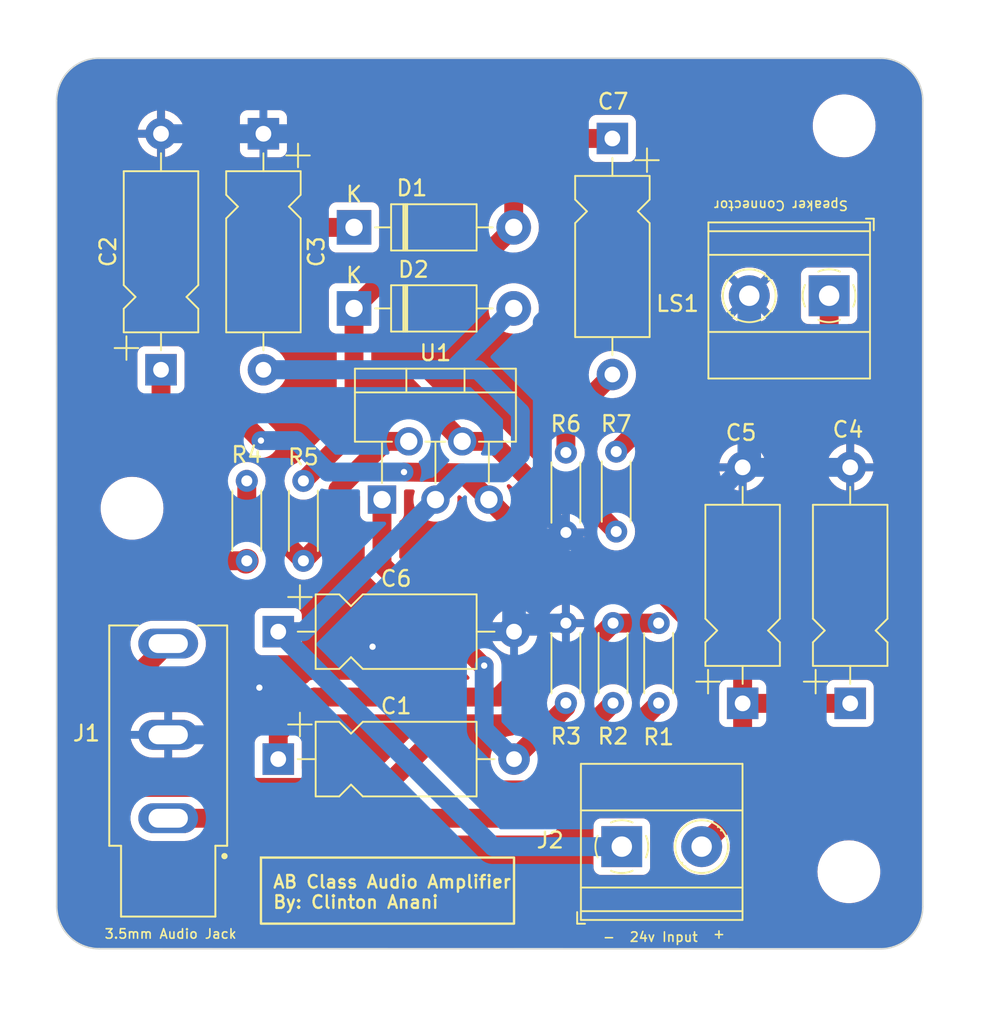
<source format=kicad_pcb>
(kicad_pcb (version 20221018) (generator pcbnew)
  (layers (0 "F.Cu" signal) (31 "B.Cu" signal) (36 "B.SilkS" user "B.Silkscreen") (37 "F.SilkS" user "F.Silkscreen") (38 "B.Mask" user) (39 "F.Mask" user) (44 "Edge.Cuts" user))
  (net 0 "")
  (net 1 "Net-(C1-Pad1)")
  (net 2 "Net-(U1-+)")
  (net 3 "Net-(C2-Pad1)")
  (net 4 "GND")
  (net 5 "-VDC")
  (net 6 "+VDC")
  (net 7 "Net-(D1-A)")
  (net 8 "Net-(C7-Pad2)")
  (net 9 "Net-(J1-Pad1)")
  (net 10 "Net-(J1-Pad3)")
  (net 11 "Net-(LS1-Pad1)")
  (net 12 "Net-(U1--)")
  (footprint "Resistor_THT:R_Axial_DIN0204_L3.6mm_D1.6mm_P5.08mm_Horizontal" (layer "F.Cu") (at 157.6 96.28 90)
    (fp_text reference "R3" (at -2.1175 0 180) (layer "F.SilkS"))
    (fp_text value "22k")
    (fp_line (start 0.62 -0.92) (end 4.46 -0.92) (stroke (width 0.12)) (layer "F.SilkS"))
    (fp_line (start 0.62 0.92) (end 4.46 0.92) (stroke (width 0.12)) (layer "F.SilkS"))
    (pad "1" thru_hole circle (at 0 0 90) (size 1.4 1.4) (drill 0.7) (layers "*.Cu" "*.Mask") (net 2 "Net-(U1-+)"))
    (pad "2" thru_hole oval (at 5.08 0 90) (size 1.4 1.4) (drill 0.7) (layers "*.Cu" "*.Mask") (net 4 "GND"))
  )
  (footprint "Capacitor_THT:CP_Axial_L10.0mm_D4.5mm_P15.00mm_Horizontal" (layer "F.Cu") (at 138.3575 60.1 -90)
    (fp_text reference "C3" (at 7.5 -3.37 90) (layer "F.SilkS"))
    (fp_text value "1000uF")
    (fp_line (start 0.63 -2.2) (end 2.13 -2.2) (stroke (width 0.12)) (layer "F.SilkS"))
    (fp_line (start 1.24 0) (end 2.38 0) (stroke (width 0.12)) (layer "F.SilkS"))
    (fp_line (start 1.38 -2.95) (end 1.38 -1.45) (stroke (width 0.12)) (layer "F.SilkS"))
    (fp_line (start 2.38 -2.37) (end 2.38 2.37) (stroke (width 0.12)) (layer "F.SilkS"))
    (fp_line (start 2.38 -2.37) (end 3.88 -2.37) (stroke (width 0.12)) (layer "F.SilkS"))
    (fp_line (start 2.38 2.37) (end 3.88 2.37) (stroke (width 0.12)) (layer "F.SilkS"))
    (fp_line (start 3.88 -2.37) (end 4.63 -1.62) (stroke (width 0.12)) (layer "F.SilkS"))
    (fp_line (start 3.88 2.37) (end 4.63 1.62) (stroke (width 0.12)) (layer "F.SilkS"))
    (fp_line (start 4.63 -1.62) (end 5.38 -2.37) (stroke (width 0.12)) (layer "F.SilkS"))
    (fp_line (start 4.63 1.62) (end 5.38 2.37) (stroke (width 0.12)) (layer "F.SilkS"))
    (fp_line (start 5.38 -2.37) (end 12.62 -2.37) (stroke (width 0.12)) (layer "F.SilkS"))
    (fp_line (start 5.38 2.37) (end 12.62 2.37) (stroke (width 0.12)) (layer "F.SilkS"))
    (fp_line (start 12.62 -2.37) (end 12.62 2.37) (stroke (width 0.12)) (layer "F.SilkS"))
    (fp_line (start 13.76 0) (end 12.62 0) (stroke (width 0.12)) (layer "F.SilkS"))
    (pad "1" thru_hole rect (at 0 0 270) (size 2 2) (drill 1) (layers "*.Cu" "*.Mask") (net 4 "GND"))
    (pad "2" thru_hole oval (at 15 0 270) (size 2 2) (drill 1) (layers "*.Cu" "*.Mask") (net 5 "-VDC"))
  )
  (footprint "TerminalBlock_Phoenix:TerminalBlock_Phoenix_MKDS-1,5-2-5.08_1x02_P5.08mm_Horizontal" (layer "F.Cu") (at 161.155 105.405)
    (fp_text reference "J2" (at -4.555 -0.405) (layer "F.SilkS"))
    (fp_text value "Power Input")
    (fp_line (start -2.84 4.16) (end -2.84 4.9) (stroke (width 0.12)) (layer "F.SilkS"))
    (fp_line (start -2.84 4.9) (end -2.34 4.9) (stroke (width 0.12)) (layer "F.SilkS"))
    (fp_line (start -2.6 -5.261) (end -2.6 4.66) (stroke (width 0.12)) (layer "F.SilkS"))
    (fp_line (start -2.6 -5.261) (end 7.68 -5.261) (stroke (width 0.12)) (layer "F.SilkS"))
    (fp_line (start -2.6 -2.301) (end 7.68 -2.301) (stroke (width 0.12)) (layer "F.SilkS"))
    (fp_line (start -2.6 2.6) (end 7.68 2.6) (stroke (width 0.12)) (layer "F.SilkS"))
    (fp_line (start -2.6 4.1) (end 7.68 4.1) (stroke (width 0.12)) (layer "F.SilkS"))
    (fp_line (start -2.6 4.66) (end 7.68 4.66) (stroke (width 0.12)) (layer "F.SilkS"))
    (fp_line (start 3.853 1.023) (end 3.806 1.069) (stroke (width 0.12)) (layer "F.SilkS"))
    (fp_line (start 4.046 1.239) (end 4.011 1.274) (stroke (width 0.12)) (layer "F.SilkS"))
    (fp_line (start 6.15 -1.275) (end 6.115 -1.239) (stroke (width 0.12)) (layer "F.SilkS"))
    (fp_line (start 6.355 -1.069) (end 6.308 -1.023) (stroke (width 0.12)) (layer "F.SilkS"))
    (fp_line (start 7.68 -5.261) (end 7.68 4.66) (stroke (width 0.12)) (layer "F.SilkS"))
    (fp_arc (start -1.535427 0.683042) (mid -1.680501 -0.000524) (end -1.535 -0.684) (stroke (width 0.12)) (layer "F.SilkS"))
    (fp_arc (start -0.683042 -1.535427) (mid 0.000524 -1.680501) (end 0.684 -1.535) (stroke (width 0.12)) (layer "F.SilkS"))
    (fp_arc (start 0.028805 1.680253) (mid -0.335551 1.646659) (end -0.684 1.535) (stroke (width 0.12)) (layer "F.SilkS"))
    (fp_arc (start 0.683318 1.534756) (mid 0.349292 1.643288) (end 0 1.68) (stroke (width 0.12)) (layer "F.SilkS"))
    (fp_arc (start 1.535427 -0.683042) (mid 1.680501 0.000524) (end 1.535 0.684) (stroke (width 0.12)) (layer "F.SilkS"))
    (fp_circle (center 5.08 0) (end 6.76 0) (stroke (width 0.12)) (fill none) (layer "F.SilkS"))
    (pad "1" thru_hole rect (at 0 0) (size 2.6 2.6) (drill 1.3) (layers "*.Cu" "*.Mask") (net 5 "-VDC"))
    (pad "2" thru_hole circle (at 5.08 0) (size 2.6 2.6) (drill 1.3) (layers "*.Cu" "*.Mask") (net 6 "+VDC"))
  )
  (footprint "35RAPC2AV:SWITCHCRAFT_35RAPC2AV" (layer "F.Cu") (at 132.3 100.6 90)
    (fp_text reference "J1" (at 2.4 -5.2 180) (layer "F.SilkS"))
    (fp_text value "35RAPC2AV")
    (fp_line (start -9.25 -3) (end -4.75 -3) (stroke (width 0.127)) (layer "F.SilkS"))
    (fp_line (start -9.25 3) (end -9.25 -3) (stroke (width 0.127)) (layer "F.SilkS"))
    (fp_line (start -4.75 -3.75) (end 9.25 -3.75) (stroke (width 0.127)) (layer "F.SilkS"))
    (fp_line (start -4.75 -3) (end -4.75 -3.75) (stroke (width 0.127)) (layer "F.SilkS"))
    (fp_line (start -4.75 3) (end -9.25 3) (stroke (width 0.127)) (layer "F.SilkS"))
    (fp_line (start -4.75 3.75) (end -4.75 3) (stroke (width 0.127)) (layer "F.SilkS"))
    (fp_line (start 9.25 -3.75) (end 9.25 -1.9) (stroke (width 0.127)) (layer "F.SilkS"))
    (fp_line (start 9.25 1.9) (end 9.25 3.75) (stroke (width 0.127)) (layer "F.SilkS"))
    (fp_line (start 9.25 3.75) (end -4.75 3.75) (stroke (width 0.127)) (layer "F.SilkS"))
    (fp_circle (center -5.4074 3.5802) (end -5.3074 3.5802) (stroke (width 0.2)) (fill none) (layer "F.SilkS"))
    (pad "1" thru_hole oval (at -3 0 90) (size 1.9 3.8) (drill oval 1.2 2.5) (layers "*.Cu" "*.Mask") (net 9 "Net-(J1-Pad1)"))
    (pad "2" thru_hole oval (at 2.3 0 90) (size 1.9 3.8) (drill oval 1.2 2.5) (layers "*.Cu" "*.Mask") (net 4 "GND"))
    (pad "3" thru_hole oval (at 8.1 0 90) (size 1.9 3.8) (drill oval 1.2 2.5) (layers "*.Cu" "*.Mask") (net 10 "Net-(J1-Pad3)"))
  )
  (footprint "TerminalBlock_Phoenix:TerminalBlock_Phoenix_MKDS-1,5-2-5.08_1x02_P5.08mm_Horizontal" (layer "F.Cu") (at 174.345 70.395 180)
    (fp_text reference "LS1" (at 9.645 -0.505) (layer "F.SilkS"))
    (fp_text value "Speaker")
    (fp_line (start -2.84 4.16) (end -2.84 4.9) (stroke (width 0.12)) (layer "F.SilkS"))
    (fp_line (start -2.84 4.9) (end -2.34 4.9) (stroke (width 0.12)) (layer "F.SilkS"))
    (fp_line (start -2.6 -5.261) (end -2.6 4.66) (stroke (width 0.12)) (layer "F.SilkS"))
    (fp_line (start -2.6 -5.261) (end 7.68 -5.261) (stroke (width 0.12)) (layer "F.SilkS"))
    (fp_line (start -2.6 -2.301) (end 7.68 -2.301) (stroke (width 0.12)) (layer "F.SilkS"))
    (fp_line (start -2.6 2.6) (end 7.68 2.6) (stroke (width 0.12)) (layer "F.SilkS"))
    (fp_line (start -2.6 4.1) (end 7.68 4.1) (stroke (width 0.12)) (layer "F.SilkS"))
    (fp_line (start -2.6 4.66) (end 7.68 4.66) (stroke (width 0.12)) (layer "F.SilkS"))
    (fp_line (start 3.853 1.023) (end 3.806 1.069) (stroke (width 0.12)) (layer "F.SilkS"))
    (fp_line (start 4.046 1.239) (end 4.011 1.274) (stroke (width 0.12)) (layer "F.SilkS"))
    (fp_line (start 6.15 -1.275) (end 6.115 -1.239) (stroke (width 0.12)) (layer "F.SilkS"))
    (fp_line (start 6.355 -1.069) (end 6.308 -1.023) (stroke (width 0.12)) (layer "F.SilkS"))
    (fp_line (start 7.68 -5.261) (end 7.68 4.66) (stroke (width 0.12)) (layer "F.SilkS"))
    (fp_arc (start -1.535427 0.683042) (mid -1.680501 -0.000524) (end -1.535 -0.684) (stroke (width 0.12)) (layer "F.SilkS"))
    (fp_arc (start -0.683042 -1.535427) (mid 0.000524 -1.680501) (end 0.684 -1.535) (stroke (width 0.12)) (layer "F.SilkS"))
    (fp_arc (start 0.028805 1.680253) (mid -0.335551 1.646659) (end -0.684 1.535) (stroke (width 0.12)) (layer "F.SilkS"))
    (fp_arc (start 0.683318 1.534756) (mid 0.349292 1.643288) (end 0 1.68) (stroke (width 0.12)) (layer "F.SilkS"))
    (fp_arc (start 1.535427 -0.683042) (mid 1.680501 0.000524) (end 1.535 0.684) (stroke (width 0.12)) (layer "F.SilkS"))
    (fp_circle (center 5.08 0) (end 6.76 0) (stroke (width 0.12)) (fill none) (layer "F.SilkS"))
    (pad "1" thru_hole rect (at 0 0 180) (size 2.6 2.6) (drill 1.3) (layers "*.Cu" "*.Mask") (net 11 "Net-(LS1-Pad1)"))
    (pad "2" thru_hole circle (at 5.08 0 180) (size 2.6 2.6) (drill 1.3) (layers "*.Cu" "*.Mask") (net 4 "GND"))
  )
  (footprint "Resistor_THT:R_Axial_DIN0204_L3.6mm_D1.6mm_P5.08mm_Horizontal" (layer "F.Cu") (at 160.8 85.38 90)
    (fp_text reference "R7" (at 6.85 0 180) (layer "F.SilkS"))
    (fp_text value "2.2")
    (fp_line (start 0.62 -0.92) (end 4.46 -0.92) (stroke (width 0.12)) (layer "F.SilkS"))
    (fp_line (start 0.62 0.92) (end 4.46 0.92) (stroke (width 0.12)) (layer "F.SilkS"))
    (pad "1" thru_hole circle (at 0 0 90) (size 1.4 1.4) (drill 0.7) (layers "*.Cu" "*.Mask") (net 7 "Net-(D1-A)"))
    (pad "2" thru_hole oval (at 5.08 0 90) (size 1.4 1.4) (drill 0.7) (layers "*.Cu" "*.Mask") (net 11 "Net-(LS1-Pad1)"))
  )
  (footprint "Resistor_THT:R_Axial_DIN0204_L3.6mm_D1.6mm_P5.08mm_Horizontal" (layer "F.Cu") (at 140.9 87.24 90)
    (fp_text reference "R5" (at 6.59 0) (layer "F.SilkS"))
    (fp_text value "22k")
    (fp_line (start 0.62 -0.92) (end 4.46 -0.92) (stroke (width 0.12)) (layer "F.SilkS"))
    (fp_line (start 0.62 0.92) (end 4.46 0.92) (stroke (width 0.12)) (layer "F.SilkS"))
    (pad "1" thru_hole circle (at 0 0 90) (size 1.4 1.4) (drill 0.7) (layers "*.Cu" "*.Mask") (net 12 "Net-(U1--)"))
    (pad "2" thru_hole oval (at 5.08 0 90) (size 1.4 1.4) (drill 0.7) (layers "*.Cu" "*.Mask") (net 7 "Net-(D1-A)"))
  )
  (footprint "Capacitor_THT:CP_Axial_L10.0mm_D4.5mm_P15.00mm_Horizontal" (layer "F.Cu") (at 160.5575 60.4 -90)
    (fp_text reference "C7" (at -2.35 -0.0425 -180) (layer "F.SilkS"))
    (fp_text value "0.22uF")
    (fp_line (start 0.63 -2.2) (end 2.13 -2.2) (stroke (width 0.12)) (layer "F.SilkS"))
    (fp_line (start 1.24 0) (end 2.38 0) (stroke (width 0.12)) (layer "F.SilkS"))
    (fp_line (start 1.38 -2.95) (end 1.38 -1.45) (stroke (width 0.12)) (layer "F.SilkS"))
    (fp_line (start 2.38 -2.37) (end 2.38 2.37) (stroke (width 0.12)) (layer "F.SilkS"))
    (fp_line (start 2.38 -2.37) (end 3.88 -2.37) (stroke (width 0.12)) (layer "F.SilkS"))
    (fp_line (start 2.38 2.37) (end 3.88 2.37) (stroke (width 0.12)) (layer "F.SilkS"))
    (fp_line (start 3.88 -2.37) (end 4.63 -1.62) (stroke (width 0.12)) (layer "F.SilkS"))
    (fp_line (start 3.88 2.37) (end 4.63 1.62) (stroke (width 0.12)) (layer "F.SilkS"))
    (fp_line (start 4.63 -1.62) (end 5.38 -2.37) (stroke (width 0.12)) (layer "F.SilkS"))
    (fp_line (start 4.63 1.62) (end 5.38 2.37) (stroke (width 0.12)) (layer "F.SilkS"))
    (fp_line (start 5.38 -2.37) (end 12.62 -2.37) (stroke (width 0.12)) (layer "F.SilkS"))
    (fp_line (start 5.38 2.37) (end 12.62 2.37) (stroke (width 0.12)) (layer "F.SilkS"))
    (fp_line (start 12.62 -2.37) (end 12.62 2.37) (stroke (width 0.12)) (layer "F.SilkS"))
    (fp_line (start 13.76 0) (end 12.62 0) (stroke (width 0.12)) (layer "F.SilkS"))
    (pad "1" thru_hole rect (at 0 0 270) (size 2 2) (drill 1) (layers "*.Cu" "*.Mask") (net 7 "Net-(D1-A)"))
    (pad "2" thru_hole oval (at 15 0 270) (size 2 2) (drill 1) (layers "*.Cu" "*.Mask") (net 8 "Net-(C7-Pad2)"))
  )
  (footprint "MountingHole:MountingHole_3.5mm" (layer "F.Cu") (at 130 83.9)
    (fp_text reference "REF**" hide)
    (fp_text value "MountingHole_3.5mm" hide)
    (pad "" np_thru_hole circle (at 0 0) (size 3.5 3.5) (drill 3.5) (layers "*.Cu" "*.Mask"))
  )
  (footprint "Diode_THT:D_DO-41_SOD81_P10.16mm_Horizontal" (layer "F.Cu") (at 144.12 71.2)
    (fp_text reference "D2" (at 3.78 -2.47) (layer "F.SilkS"))
    (fp_text value "1N4001")
    (fp_text user "K" (at 0 -2.1) (layer "F.SilkS"))
    (fp_line (start 1.34 0) (end 2.36 0) (stroke (width 0.12)) (layer "F.SilkS"))
    (fp_line (start 2.36 -1.47) (end 2.36 1.47) (stroke (width 0.12)) (layer "F.SilkS"))
    (fp_line (start 2.36 1.47) (end 7.8 1.47) (stroke (width 0.12)) (layer "F.SilkS"))
    (fp_line (start 3.14 -1.47) (end 3.14 1.47) (stroke (width 0.12)) (layer "F.SilkS"))
    (fp_line (start 3.26 -1.47) (end 3.26 1.47) (stroke (width 0.12)) (layer "F.SilkS"))
    (fp_line (start 3.38 -1.47) (end 3.38 1.47) (stroke (width 0.12)) (layer "F.SilkS"))
    (fp_line (start 7.8 -1.47) (end 2.36 -1.47) (stroke (width 0.12)) (layer "F.SilkS"))
    (fp_line (start 7.8 1.47) (end 7.8 -1.47) (stroke (width 0.12)) (layer "F.SilkS"))
    (fp_line (start 8.82 0) (end 7.8 0) (stroke (width 0.12)) (layer "F.SilkS"))
    (pad "1" thru_hole rect (at 0 0) (size 2.2 2.2) (drill 1.1) (layers "*.Cu" "*.Mask") (net 7 "Net-(D1-A)"))
    (pad "2" thru_hole oval (at 10.16 0) (size 2.2 2.2) (drill 1.1) (layers "*.Cu" "*.Mask") (net 5 "-VDC"))
  )
  (footprint "Diode_THT:D_DO-41_SOD81_P10.16mm_Horizontal" (layer "F.Cu") (at 144.12 66.05)
    (fp_text reference "D1" (at 3.68 -2.5) (layer "F.SilkS"))
    (fp_text value "1N4001")
    (fp_text user "K" (at 0 -2.1) (layer "F.SilkS"))
    (fp_line (start 1.34 0) (end 2.36 0) (stroke (width 0.12)) (layer "F.SilkS"))
    (fp_line (start 2.36 -1.47) (end 2.36 1.47) (stroke (width 0.12)) (layer "F.SilkS"))
    (fp_line (start 2.36 1.47) (end 7.8 1.47) (stroke (width 0.12)) (layer "F.SilkS"))
    (fp_line (start 3.14 -1.47) (end 3.14 1.47) (stroke (width 0.12)) (layer "F.SilkS"))
    (fp_line (start 3.26 -1.47) (end 3.26 1.47) (stroke (width 0.12)) (layer "F.SilkS"))
    (fp_line (start 3.38 -1.47) (end 3.38 1.47) (stroke (width 0.12)) (layer "F.SilkS"))
    (fp_line (start 7.8 -1.47) (end 2.36 -1.47) (stroke (width 0.12)) (layer "F.SilkS"))
    (fp_line (start 7.8 1.47) (end 7.8 -1.47) (stroke (width 0.12)) (layer "F.SilkS"))
    (fp_line (start 8.82 0) (end 7.8 0) (stroke (width 0.12)) (layer "F.SilkS"))
    (pad "1" thru_hole rect (at 0 0) (size 2.2 2.2) (drill 1.1) (layers "*.Cu" "*.Mask") (net 6 "+VDC"))
    (pad "2" thru_hole oval (at 10.16 0) (size 2.2 2.2) (drill 1.1) (layers "*.Cu" "*.Mask") (net 7 "Net-(D1-A)"))
  )
  (footprint "Capacitor_THT:CP_Axial_L10.0mm_D4.5mm_P15.00mm_Horizontal" (layer "F.Cu") (at 131.8425 75.1 90)
    (fp_text reference "C2" (at 7.5 -3.37 90) (layer "F.SilkS"))
    (fp_text value "22uF")
    (fp_line (start 0.63 -2.2) (end 2.13 -2.2) (stroke (width 0.12)) (layer "F.SilkS"))
    (fp_line (start 1.24 0) (end 2.38 0) (stroke (width 0.12)) (layer "F.SilkS"))
    (fp_line (start 1.38 -2.95) (end 1.38 -1.45) (stroke (width 0.12)) (layer "F.SilkS"))
    (fp_line (start 2.38 -2.37) (end 2.38 2.37) (stroke (width 0.12)) (layer "F.SilkS"))
    (fp_line (start 2.38 -2.37) (end 3.88 -2.37) (stroke (width 0.12)) (layer "F.SilkS"))
    (fp_line (start 2.38 2.37) (end 3.88 2.37) (stroke (width 0.12)) (layer "F.SilkS"))
    (fp_line (start 3.88 -2.37) (end 4.63 -1.62) (stroke (width 0.12)) (layer "F.SilkS"))
    (fp_line (start 3.88 2.37) (end 4.63 1.62) (stroke (width 0.12)) (layer "F.SilkS"))
    (fp_line (start 4.63 -1.62) (end 5.38 -2.37) (stroke (width 0.12)) (layer "F.SilkS"))
    (fp_line (start 4.63 1.62) (end 5.38 2.37) (stroke (width 0.12)) (layer "F.SilkS"))
    (fp_line (start 5.38 -2.37) (end 12.62 -2.37) (stroke (width 0.12)) (layer "F.SilkS"))
    (fp_line (start 5.38 2.37) (end 12.62 2.37) (stroke (width 0.12)) (layer "F.SilkS"))
    (fp_line (start 12.62 -2.37) (end 12.62 2.37) (stroke (width 0.12)) (layer "F.SilkS"))
    (fp_line (start 13.76 0) (end 12.62 0) (stroke (width 0.12)) (layer "F.SilkS"))
    (pad "1" thru_hole rect (at 0 0 90) (size 2 2) (drill 1) (layers "*.Cu" "*.Mask") (net 3 "Net-(C2-Pad1)"))
    (pad "2" thru_hole oval (at 15 0 90) (size 2 2) (drill 1) (layers "*.Cu" "*.Mask") (net 4 "GND"))
  )
  (footprint "Package_TO_SOT_THT:TO-220-5_P3.4x3.7mm_StaggerOdd_Lead3.8mm_Vertical" (layer "F.Cu") (at 145.9 83.35)
    (fp_text reference "U1" (at 3.4 -9.32) (layer "F.SilkS"))
    (fp_text value "TDA2030")
    (fp_line (start -1.721 -8.32) (end -1.721 -3.679) (stroke (width 0.12)) (layer "F.SilkS"))
    (fp_line (start -1.721 -8.32) (end 8.52 -8.32) (stroke (width 0.12)) (layer "F.SilkS"))
    (fp_line (start -1.721 -6.811) (end 8.52 -6.811) (stroke (width 0.12)) (layer "F.SilkS"))
    (fp_line (start -1.721 -3.679) (end 0.635 -3.679) (stroke (width 0.12)) (layer "F.SilkS"))
    (fp_line (start 0 -3.679) (end 0 -1.049) (stroke (width 0.12)) (layer "F.SilkS"))
    (fp_line (start 1.55 -8.32) (end 1.55 -6.811) (stroke (width 0.12)) (layer "F.SilkS"))
    (fp_line (start 2.765 -3.679) (end 4.035 -3.679) (stroke (width 0.12)) (layer "F.SilkS"))
    (fp_line (start 3.4 -3.679) (end 3.4 -1.065) (stroke (width 0.12)) (layer "F.SilkS"))
    (fp_line (start 5.25 -8.32) (end 5.25 -6.811) (stroke (width 0.12)) (layer "F.SilkS"))
    (fp_line (start 6.165 -3.679) (end 8.52 -3.679) (stroke (width 0.12)) (layer "F.SilkS"))
    (fp_line (start 6.8 -3.679) (end 6.8 -1.065) (stroke (width 0.12)) (layer "F.SilkS"))
    (fp_line (start 8.52 -8.32) (end 8.52 -3.679) (stroke (width 0.12)) (layer "F.SilkS"))
    (pad "1" thru_hole rect (at 0 0) (size 1.8 1.8) (drill 1.1) (layers "*.Cu" "*.Mask") (net 2 "Net-(U1-+)"))
    (pad "2" thru_hole oval (at 1.7 -3.7) (size 1.8 1.8) (drill 1.1) (layers "*.Cu" "*.Mask") (net 12 "Net-(U1--)"))
    (pad "3" thru_hole oval (at 3.4 0) (size 1.8 1.8) (drill 1.1) (layers "*.Cu" "*.Mask") (net 5 "-VDC"))
    (pad "4" thru_hole oval (at 5.1 -3.7) (size 1.8 1.8) (drill 1.1) (layers "*.Cu" "*.Mask") (net 7 "Net-(D1-A)"))
    (pad "5" thru_hole oval (at 6.8 0) (size 1.8 1.8) (drill 1.1) (layers "*.Cu" "*.Mask") (net 6 "+VDC"))
  )
  (footprint "Capacitor_THT:CP_Axial_L10.0mm_D4.5mm_P15.00mm_Horizontal" (layer "F.Cu") (at 175.685 96.3 90)
    (fp_text reference "C4" (at 17.4 -0.1425 180) (layer "F.SilkS"))
    (fp_text value "1000uF")
    (fp_line (start 0.63 -2.2) (end 2.13 -2.2) (stroke (width 0.12)) (layer "F.SilkS"))
    (fp_line (start 1.24 0) (end 2.38 0) (stroke (width 0.12)) (layer "F.SilkS"))
    (fp_line (start 1.38 -2.95) (end 1.38 -1.45) (stroke (width 0.12)) (layer "F.SilkS"))
    (fp_line (start 2.38 -2.37) (end 2.38 2.37) (stroke (width 0.12)) (layer "F.SilkS"))
    (fp_line (start 2.38 -2.37) (end 3.88 -2.37) (stroke (width 0.12)) (layer "F.SilkS"))
    (fp_line (start 2.38 2.37) (end 3.88 2.37) (stroke (width 0.12)) (layer "F.SilkS"))
    (fp_line (start 3.88 -2.37) (end 4.63 -1.62) (stroke (width 0.12)) (layer "F.SilkS"))
    (fp_line (start 3.88 2.37) (end 4.63 1.62) (stroke (width 0.12)) (layer "F.SilkS"))
    (fp_line (start 4.63 -1.62) (end 5.38 -2.37) (stroke (width 0.12)) (layer "F.SilkS"))
    (fp_line (start 4.63 1.62) (end 5.38 2.37) (stroke (width 0.12)) (layer "F.SilkS"))
    (fp_line (start 5.38 -2.37) (end 12.62 -2.37) (stroke (width 0.12)) (layer "F.SilkS"))
    (fp_line (start 5.38 2.37) (end 12.62 2.37) (stroke (width 0.12)) (layer "F.SilkS"))
    (fp_line (start 12.62 -2.37) (end 12.62 2.37) (stroke (width 0.12)) (layer "F.SilkS"))
    (fp_line (start 13.76 0) (end 12.62 0) (stroke (width 0.12)) (layer "F.SilkS"))
    (pad "1" thru_hole rect (at 0 0 90) (size 2 2) (drill 1) (layers "*.Cu" "*.Mask") (net 6 "+VDC"))
    (pad "2" thru_hole oval (at 15 0 90) (size 2 2) (drill 1) (layers "*.Cu" "*.Mask") (net 4 "GND"))
  )
  (footprint "MountingHole:MountingHole_3.5mm" (layer "F.Cu") (at 175.6 107)
    (fp_text reference "REF**" hide)
    (fp_text value "MountingHole_3.5mm" hide)
    (pad "" np_thru_hole circle (at 0 0) (size 3.5 3.5) (drill 3.5) (layers "*.Cu" "*.Mask"))
  )
  (footprint "Capacitor_THT:CP_Axial_L10.0mm_D4.5mm_P15.00mm_Horizontal" (layer "F.Cu") (at 139.3 99.8425)
    (fp_text reference "C1" (at 7.5 -3.37) (layer "F.SilkS"))
    (fp_text value "2.2uF")
    (fp_line (start 0.63 -2.2) (end 2.13 -2.2) (stroke (width 0.12)) (layer "F.SilkS"))
    (fp_line (start 1.24 0) (end 2.38 0) (stroke (width 0.12)) (layer "F.SilkS"))
    (fp_line (start 1.38 -2.95) (end 1.38 -1.45) (stroke (width 0.12)) (layer "F.SilkS"))
    (fp_line (start 2.38 -2.37) (end 2.38 2.37) (stroke (width 0.12)) (layer "F.SilkS"))
    (fp_line (start 2.38 -2.37) (end 3.88 -2.37) (stroke (width 0.12)) (layer "F.SilkS"))
    (fp_line (start 2.38 2.37) (end 3.88 2.37) (stroke (width 0.12)) (layer "F.SilkS"))
    (fp_line (start 3.88 -2.37) (end 4.63 -1.62) (stroke (width 0.12)) (layer "F.SilkS"))
    (fp_line (start 3.88 2.37) (end 4.63 1.62) (stroke (width 0.12)) (layer "F.SilkS"))
    (fp_line (start 4.63 -1.62) (end 5.38 -2.37) (stroke (width 0.12)) (layer "F.SilkS"))
    (fp_line (start 4.63 1.62) (end 5.38 2.37) (stroke (width 0.12)) (layer "F.SilkS"))
    (fp_line (start 5.38 -2.37) (end 12.62 -2.37) (stroke (width 0.12)) (layer "F.SilkS"))
    (fp_line (start 5.38 2.37) (end 12.62 2.37) (stroke (width 0.12)) (layer "F.SilkS"))
    (fp_line (start 12.62 -2.37) (end 12.62 2.37) (stroke (width 0.12)) (layer "F.SilkS"))
    (fp_line (start 13.76 0) (end 12.62 0) (stroke (width 0.12)) (layer "F.SilkS"))
    (pad "1" thru_hole rect (at 0 0) (size 2 2) (drill 1) (layers "*.Cu" "*.Mask") (net 1 "Net-(C1-Pad1)"))
    (pad "2" thru_hole oval (at 15 0) (size 2 2) (drill 1) (layers "*.Cu" "*.Mask") (net 2 "Net-(U1-+)"))
  )
  (footprint "Resistor_THT:R_Axial_DIN0204_L3.6mm_D1.6mm_P5.08mm_Horizontal" (layer "F.Cu") (at 163.5 96.28 90)
    (fp_text reference "R1" (at -2.16 0 180) (layer "F.SilkS"))
    (fp_text value "10k")
    (fp_line (start 0.62 -0.92) (end 4.46 -0.92) (stroke (width 0.12)) (layer "F.SilkS"))
    (fp_line (start 0.62 0.92) (end 4.46 0.92) (stroke (width 0.12)) (layer "F.SilkS"))
    (pad "1" thru_hole circle (at 0 0 90) (size 1.4 1.4) (drill 0.7) (layers "*.Cu" "*.Mask") (net 9 "Net-(J1-Pad1)"))
    (pad "2" thru_hole oval (at 5.08 0 90) (size 1.4 1.4) (drill 0.7) (layers "*.Cu" "*.Mask") (net 1 "Net-(C1-Pad1)"))
  )
  (footprint "MountingHole:MountingHole_3.5mm" (layer "F.Cu") (at 175.3 59.6)
    (fp_text reference "REF**" hide)
    (fp_text value "MountingHole_3.5mm" hide)
    (pad "" np_thru_hole circle (at 0 0) (size 3.5 3.5) (drill 3.5) (layers "*.Cu" "*.Mask"))
  )
  (footprint "Resistor_THT:R_Axial_DIN0204_L3.6mm_D1.6mm_P5.08mm_Horizontal" (layer "F.Cu") (at 137.3 82.16 -90)
    (fp_text reference "R4" (at -1.66 0 -180) (layer "F.SilkS"))
    (fp_text value "680")
    (fp_line (start 0.62 -0.92) (end 4.46 -0.92) (stroke (width 0.12)) (layer "F.SilkS"))
    (fp_line (start 0.62 0.92) (end 4.46 0.92) (stroke (width 0.12)) (layer "F.SilkS"))
    (pad "1" thru_hole circle (at 0 0 270) (size 1.4 1.4) (drill 0.7) (layers "*.Cu" "*.Mask") (net 12 "Net-(U1--)"))
    (pad "2" thru_hole oval (at 5.08 0 270) (size 1.4 1.4) (drill 0.7) (layers "*.Cu" "*.Mask") (net 3 "Net-(C2-Pad1)"))
  )
  (footprint "Resistor_THT:R_Axial_DIN0204_L3.6mm_D1.6mm_P5.08mm_Horizontal" (layer "F.Cu") (at 160.6 96.28 90)
    (fp_text reference "R2" (at -2.1175 0 180) (layer "F.SilkS"))
    (fp_text value "10k")
    (fp_line (start 0.62 -0.92) (end 4.46 -0.92) (stroke (width 0.12)) (layer "F.SilkS"))
    (fp_line (start 0.62 0.92) (end 4.46 0.92) (stroke (width 0.12)) (layer "F.SilkS"))
    (pad "1" thru_hole circle (at 0 0 90) (size 1.4 1.4) (drill 0.7) (layers "*.Cu" "*.Mask") (net 10 "Net-(J1-Pad3)"))
    (pad "2" thru_hole oval (at 5.08 0 90) (size 1.4 1.4) (drill 0.7) (layers "*.Cu" "*.Mask") (net 1 "Net-(C1-Pad1)"))
  )
  (footprint "Capacitor_THT:CP_Axial_L10.0mm_D4.5mm_P15.00mm_Horizontal" (layer "F.Cu") (at 168.8425 96.3 90)
    (fp_text reference "C5" (at 17.2 -0.1 180) (layer "F.SilkS"))
    (fp_text value "0.1uF")
    (fp_line (start 0.63 -2.2) (end 2.13 -2.2) (stroke (width 0.12)) (layer "F.SilkS"))
    (fp_line (start 1.24 0) (end 2.38 0) (stroke (width 0.12)) (layer "F.SilkS"))
    (fp_line (start 1.38 -2.95) (end 1.38 -1.45) (stroke (width 0.12)) (layer "F.SilkS"))
    (fp_line (start 2.38 -2.37) (end 2.38 2.37) (stroke (width 0.12)) (layer "F.SilkS"))
    (fp_line (start 2.38 -2.37) (end 3.88 -2.37) (stroke (width 0.12)) (layer "F.SilkS"))
    (fp_line (start 2.38 2.37) (end 3.88 2.37) (stroke (width 0.12)) (layer "F.SilkS"))
    (fp_line (start 3.88 -2.37) (end 4.63 -1.62) (stroke (width 0.12)) (layer "F.SilkS"))
    (fp_line (start 3.88 2.37) (end 4.63 1.62) (stroke (width 0.12)) (layer "F.SilkS"))
    (fp_line (start 4.63 -1.62) (end 5.38 -2.37) (stroke (width 0.12)) (layer "F.SilkS"))
    (fp_line (start 4.63 1.62) (end 5.38 2.37) (stroke (width 0.12)) (layer "F.SilkS"))
    (fp_line (start 5.38 -2.37) (end 12.62 -2.37) (stroke (width 0.12)) (layer "F.SilkS"))
    (fp_line (start 5.38 2.37) (end 12.62 2.37) (stroke (width 0.12)) (layer "F.SilkS"))
    (fp_line (start 12.62 -2.37) (end 12.62 2.37) (stroke (width 0.12)) (layer "F.SilkS"))
    (fp_line (start 13.76 0) (end 12.62 0) (stroke (width 0.12)) (layer "F.SilkS"))
    (pad "1" thru_hole rect (at 0 0 90) (size 2 2) (drill 1) (layers "*.Cu" "*.Mask") (net 6 "+VDC"))
    (pad "2" thru_hole oval (at 15 0 90) (size 2 2) (drill 1) (layers "*.Cu" "*.Mask") (net 4 "GND"))
  )
  (footprint "Capacitor_THT:CP_Axial_L10.0mm_D4.5mm_P15.00mm_Horizontal" (layer "F.Cu") (at 139.3 91.7425)
    (fp_text reference "C6" (at 7.5 -3.37) (layer "F.SilkS"))
    (fp_text value "0.1uF")
    (fp_line (start 0.63 -2.2) (end 2.13 -2.2) (stroke (width 0.12)) (layer "F.SilkS"))
    (fp_line (start 1.24 0) (end 2.38 0) (stroke (width 0.12)) (layer "F.SilkS"))
    (fp_line (start 1.38 -2.95) (end 1.38 -1.45) (stroke (width 0.12)) (layer "F.SilkS"))
    (fp_line (start 2.38 -2.37) (end 2.38 2.37) (stroke (width 0.12)) (layer "F.SilkS"))
    (fp_line (start 2.38 -2.37) (end 3.88 -2.37) (stroke (width 0.12)) (layer "F.SilkS"))
    (fp_line (start 2.38 2.37) (end 3.88 2.37) (stroke (width 0.12)) (layer "F.SilkS"))
    (fp_line (start 3.88 -2.37) (end 4.63 -1.62) (stroke (width 0.12)) (layer "F.SilkS"))
    (fp_line (start 3.88 2.37) (end 4.63 1.62) (stroke (width 0.12)) (layer "F.SilkS"))
    (fp_line (start 4.63 -1.62) (end 5.38 -2.37) (stroke (width 0.12)) (layer "F.SilkS"))
    (fp_line (start 4.63 1.62) (end 5.38 2.37) (stroke (width 0.12)) (layer "F.SilkS"))
    (fp_line (start 5.38 -2.37) (end 12.62 -2.37) (stroke (width 0.12)) (layer "F.SilkS"))
    (fp_line (start 5.38 2.37) (end 12.62 2.37) (stroke (width 0.12)) (layer "F.SilkS"))
    (fp_line (start 12.62 -2.37) (end 12.62 2.37) (stroke (width 0.12)) (layer "F.SilkS"))
    (fp_line (start 13.76 0) (end 12.62 0) (stroke (width 0.12)) (layer "F.SilkS"))
    (pad "1" thru_hole rect (at 0 0) (size 2 2) (drill 1) (layers "*.Cu" "*.Mask") (net 5 "-VDC"))
    (pad "2" thru_hole oval (at 15 0) (size 2 2) (drill 1) (layers "*.Cu" "*.Mask") (net 4 "GND"))
  )
  (footprint "Resistor_THT:R_Axial_DIN0204_L3.6mm_D1.6mm_P5.08mm_Horizontal" (layer "F.Cu") (at 157.6 80.36 -90)
    (fp_text reference "R6" (at -1.82 0 -180) (layer "F.SilkS"))
    (fp_text value "1")
    (fp_line (start 0.62 -0.92) (end 4.46 -0.92) (stroke (width 0.12)) (layer "F.SilkS"))
    (fp_line (start 0.62 0.92) (end 4.46 0.92) (stroke (width 0.12)) (layer "F.SilkS"))
    (pad "1" thru_hole circle (at 0 0 270) (size 1.4 1.4) (drill 0.7) (layers "*.Cu" "*.Mask") (net 8 "Net-(C7-Pad2)"))
    (pad "2" thru_hole oval (at 5.08 0 270) (size 1.4 1.4) (drill 0.7) (layers "*.Cu" "*.Mask") (net 4 "GND"))
  )
  (gr_rect (start 138.2 106.1) (end 154.3 110.3) (stroke (width 0.15)) (fill none) (layer "F.SilkS"))
  (gr_line (start 180.300002 57.999998) (end 180.300002 109.200002) (stroke (width 0.1)) (layer "Edge.Cuts"))
  (gr_arc (start 127.909188 111.890812) (mid 126 111.1) (end 125.209188 109.190812) (stroke (width 0.1)) (layer "Edge.Cuts"))
  (gr_line (start 177.600002 111.900002) (end 127.909188 111.890812) (stroke (width 0.1)) (layer "Edge.Cuts"))
  (gr_arc (start 177.600002 55.299998) (mid 179.50919 56.09081) (end 180.300002 57.999998) (stroke (width 0.1)) (layer "Edge.Cuts"))
  (gr_arc (start 180.300002 109.200002) (mid 179.50919 111.10919) (end 177.600002 111.900002) (stroke (width 0.1)) (layer "Edge.Cuts"))
  (gr_line (start 125.209188 109.190812) (end 125.2 58) (stroke (width 0.1)) (layer "Edge.Cuts"))
  (gr_line (start 127.9 55.3) (end 177.600002 55.299998) (stroke (width 0.1)) (layer "Edge.Cuts"))
  (gr_arc (start 125.2 58) (mid 125.990812 56.090812) (end 127.9 55.3) (stroke (width 0.1)) (layer "Edge.Cuts"))
  (gr_text "24v Input" (at 161.6 111.5) (layer "F.SilkS") (effects (font (size 0.6 0.6) (thickness 0.1) bold) (justify left bottom)))
  (gr_text "+" (at 166.9 111.3) (layer "F.SilkS") (effects (font (size 0.6 0.6) (thickness 0.1) bold) (justify left bottom)))
  (gr_text "-" (at 159.9 111.5) (layer "F.SilkS") (effects (font (size 0.6 0.6) (thickness 0.1) bold) (justify left bottom)))
  (gr_text "AB Class Audio Amplifier\nBy: Clinton Anani" (at 138.9 109.4) (layer "F.SilkS") (effects (font (size 0.8 0.8) (thickness 0.15) bold) (justify left bottom)))
  (gr_text "Speaker Connector" (at 175.6 64.3 180) (layer "F.SilkS") (effects (font (size 0.6 0.6) (thickness 0.1) bold) (justify left bottom)))
  (gr_text "3.5mm Audio Jack" (at 128.2 111.3) (layer "F.SilkS") (effects (font (size 0.6 0.6) (thickness 0.1) bold) (justify left bottom)))
  (segment (start 158.2575 93.5425) (end 155.6575 93.5425) (width 1.2) (layer "F.Cu") (net 1))
  (segment (start 155.6575 93.5425) (end 153.3 95.9) (width 1.2) (layer "F.Cu") (net 1))
  (segment (start 141.6 95.9) (end 139.3 98.2) (width 1.2) (layer "F.Cu") (net 1))
  (segment (start 163.5 91.2) (end 160.6 91.2) (width 1.2) (layer "F.Cu") (net 1))
  (segment (start 153.3 95.9) (end 141.6 95.9) (width 1.2) (layer "F.Cu") (net 1))
  (segment (start 160.6 91.2) (end 158.2575 93.5425) (width 1.2) (layer "F.Cu") (net 1))
  (segment (start 139.3 98.2) (end 139.3 99.8425) (width 1.2) (layer "F.Cu") (net 1))
  (segment (start 152.4 94) (end 152.3 93.9) (width 1.2) (layer "F.Cu") (net 2))
  (segment (start 152.4 93.9) (end 152.4 94) (width 1.2) (layer "F.Cu") (net 2))
  (segment (start 145.9 87.5) (end 152.3 93.9) (width 1.2) (layer "F.Cu") (net 2))
  (segment (start 157.6 96.28) (end 157.6 96.5425) (width 1.2) (layer "F.Cu") (net 2))
  (segment (start 145.9 83.35) (end 145.9 87.5) (width 1.2) (layer "F.Cu") (net 2))
  (segment (start 157.6 96.5425) (end 154.3 99.8425) (width 1.2) (layer "F.Cu") (net 2))
  (segment (start 152.3 93.9) (end 152.4 93.9) (width 1.2) (layer "F.Cu") (net 2))
  (via (at 152.4 93.9) (size 0.8) (drill 0.4) (layers "F.Cu" "B.Cu") (net 2))
  (segment (start 152.4 97.9425) (end 154.3 99.8425) (width 1.2) (layer "B.Cu") (net 2))
  (segment (start 152.4 93.9) (end 152.4 97.9425) (width 1.2) (layer "B.Cu") (net 2))
  (segment (start 131.8425 75.1) (end 131.8425 78.2425) (width 1.2) (layer "F.Cu") (net 3))
  (segment (start 136.04 87.24) (end 137.3 87.24) (width 1.2) (layer "F.Cu") (net 3))
  (segment (start 137.24 87.3) (end 137.3 87.24) (width 1.5) (layer "F.Cu") (net 3))
  (segment (start 131.8425 78.2425) (end 134.8 81.2) (width 1.2) (layer "F.Cu") (net 3))
  (segment (start 134.8 81.2) (end 134.8 86) (width 1.2) (layer "F.Cu") (net 3))
  (segment (start 134.8 86) (end 136.04 87.24) (width 1.2) (layer "F.Cu") (net 3))
  (segment (start 138.1 95.3) (end 138.9 94.5) (width 1.2) (layer "F.Cu") (net 4))
  (segment (start 142.4 92.9) (end 145.1 92.9) (width 1.2) (layer "F.Cu") (net 4))
  (segment (start 140.8 94.5) (end 142.4 92.9) (width 1.2) (layer "F.Cu") (net 4))
  (segment (start 138.9 94.5) (end 140.8 94.5) (width 1.2) (layer "F.Cu") (net 4))
  (segment (start 145.1 92.9) (end 145.3 92.7) (width 1.2) (layer "F.Cu") (net 4))
  (via (at 138.1 95.3) (size 0.8) (drill 0.4) (layers "F.Cu" "B.Cu") (net 4))
  (via (at 145.3 92.7) (size 0.8) (drill 0.4) (layers "F.Cu" "B.Cu") (net 4))
  (segment (start 153.7 60.1) (end 138.3575 60.1) (width 1.2) (layer "B.Cu") (net 4))
  (segment (start 156.9 63.3) (end 153.7 60.1) (width 1.2) (layer "B.Cu") (net 4))
  (segment (start 157.6 85.44) (end 156.1 83.94) (width 1.2) (layer "B.Cu") (net 4))
  (segment (start 157.6 91.2) (end 154.8425 91.2) (width 1.2) (layer "B.Cu") (net 4))
  (segment (start 157.6 85.44) (end 159.46 87.3) (width 1.2) (layer "B.Cu") (net 4))
  (segment (start 154.3 91.7425) (end 146.2575 91.7425) (width 1.2) (layer "B.Cu") (net 4))
  (segment (start 131.8425 60.1) (end 138.3575 60.1) (width 1.2) (layer "B.Cu") (net 4))
  (segment (start 169.265 70.395) (end 169.265 80.8775) (width 1.5) (layer "B.Cu") (net 4))
  (segment (start 154.8425 91.2) (end 154.3 91.7425) (width 1.2) (layer "B.Cu") (net 4))
  (segment (start 159.46 87.3) (end 162.8425 87.3) (width 1.2) (layer "B.Cu") (net 4))
  (segment (start 162.8425 87.3) (end 168.8425 81.3) (width 1.2) (layer "B.Cu") (net 4))
  (segment (start 146.2575 91.7425) (end 145.3 92.7) (width 1.2) (layer "B.Cu") (net 4))
  (segment (start 132.3 98.3) (end 135.1 98.3) (width 1.2) (layer "B.Cu") (net 4))
  (segment (start 154.3 91.7425) (end 154.3 88.74) (width 1.5) (layer "B.Cu") (net 4))
  (segment (start 156.9 71.267006) (end 156.9 63.3) (width 1.2) (layer "B.Cu") (net 4))
  (segment (start 156.1 72.067006) (end 156.9 71.267006) (width 1.2) (layer "B.Cu") (net 4))
  (segment (start 154.3 88.74) (end 157.6 85.44) (width 1.5) (layer "B.Cu") (net 4))
  (segment (start 175.685 81.3) (end 168.8425 81.3) (width 1.2) (layer "B.Cu") (net 4))
  (segment (start 135.1 98.3) (end 138.1 95.3) (width 1.2) (layer "B.Cu") (net 4))
  (segment (start 156.1 83.94) (end 156.1 72.067006) (width 1.2) (layer "B.Cu") (net 4))
  (segment (start 169.265 80.8775) (end 168.8425 81.3) (width 1.5) (layer "B.Cu") (net 4))
  (segment (start 139.3 91.7425) (end 140.9075 91.7425) (width 1.2) (layer "B.Cu") (net 5))
  (segment (start 140.9075 91.7425) (end 149.3 83.35) (width 1.2) (layer "B.Cu") (net 5))
  (segment (start 150.38 75.1) (end 154.28 71.2) (width 1.2) (layer "B.Cu") (net 5))
  (segment (start 152 75.1) (end 138.3575 75.1) (width 1.2) (layer "B.Cu") (net 5))
  (segment (start 161.155 105.405) (end 152.9625 105.405) (width 1.2) (layer "B.Cu") (net 5))
  (segment (start 151 81.65) (end 153.55 81.65) (width 1.2) (layer "B.Cu") (net 5))
  (segment (start 154.7 80.5) (end 154.7 77.8) (width 1.2) (layer "B.Cu") (net 5))
  (segment (start 152.9625 105.405) (end 139.3 91.7425) (width 1.2) (layer "B.Cu") (net 5))
  (segment (start 153.55 81.65) (end 154.7 80.5) (width 1.2) (layer "B.Cu") (net 5))
  (segment (start 149.3 83.35) (end 151 81.65) (width 1.2) (layer "B.Cu") (net 5))
  (segment (start 154.7 77.8) (end 152 75.1) (width 1.2) (layer "B.Cu") (net 5))
  (segment (start 138.3575 75.1) (end 150.38 75.1) (width 1.2) (layer "B.Cu") (net 5))
  (segment (start 168.8425 94.421179) (end 168.8425 96.3) (width 1.2) (layer "F.Cu") (net 6))
  (segment (start 158.15 88.8) (end 163.221321 88.8) (width 1.2) (layer "F.Cu") (net 6))
  (segment (start 175.685 96.3) (end 168.8425 96.3) (width 1.2) (layer "F.Cu") (net 6))
  (segment (start 152.7 83.35) (end 158.15 88.8) (width 1.2) (layer "F.Cu") (net 6))
  (segment (start 152.7 83.35) (end 151 81.65) (width 1.2) (layer "F.Cu") (net 6))
  (segment (start 138.15 66.05) (end 135.3 68.9) (width 1.2) (layer "F.Cu") (net 6))
  (segment (start 163.221321 88.8) (end 168.8425 94.421179) (width 1.2) (layer "F.Cu") (net 6))
  (segment (start 144.12 66.05) (end 138.15 66.05) (width 1.2) (layer "F.Cu") (net 6))
  (segment (start 135.3 76.7) (end 138.2 79.6) (width 1.2) (layer "F.Cu") (net 6))
  (segment (start 168.8425 102.7975) (end 166.235 105.405) (width 1.2) (layer "F.Cu") (net 6))
  (segment (start 135.3 68.9) (end 135.3 76.7) (width 1.2) (layer "F.Cu") (net 6))
  (segment (start 151 81.65) (end 147.3 81.6) (width 1.2) (layer "F.Cu") (net 6))
  (segment (start 168.8425 96.3) (end 168.8425 102.7975) (width 1.2) (layer "F.Cu") (net 6))
  (via (at 147.3 81.6) (size 0.8) (drill 0.4) (layers "F.Cu" "B.Cu") (net 6))
  (via (at 138.2 79.6) (size 0.8) (drill 0.4) (layers "F.Cu" "B.Cu") (net 6))
  (segment (start 140.461321 79.6) (end 138.2 79.6) (width 1.2) (layer "B.Cu") (net 6))
  (segment (start 147.3 81.6) (end 142.461321 81.6) (width 1.2) (layer "B.Cu") (net 6))
  (segment (start 142.461321 81.6) (end 140.461321 79.6) (width 1.2) (layer "B.Cu") (net 6))
  (segment (start 154.28 66.05) (end 151.73 68.6) (width 1.2) (layer "F.Cu") (net 7))
  (segment (start 146.72 68.6) (end 144.12 71.2) (width 1.2) (layer "F.Cu") (net 7))
  (segment (start 154.28 66.05) (end 154.28 62.72) (width 1.2) (layer "F.Cu") (net 7))
  (segment (start 147.45 76.1) (end 144.12 76.1) (width 1.2) (layer "F.Cu") (net 7))
  (segment (start 144.12 78.94) (end 141.41 81.65) (width 1.2) (layer "F.Cu") (net 7))
  (segment (start 144.12 71.2) (end 144.12 76.1) (width 1.2) (layer "F.Cu") (net 7))
  (segment (start 144.12 76.1) (end 144.12 78.94) (width 1.2) (layer "F.Cu") (net 7))
  (segment (start 154.28 62.72) (end 156.6 60.4) (width 1.2) (layer "F.Cu") (net 7))
  (segment (start 155.8 82.6) (end 158.02 82.6) (width 1.2) (layer "F.Cu") (net 7))
  (segment (start 158.02 82.6) (end 160.8 85.38) (width 1.2) (layer "F.Cu") (net 7))
  (segment (start 156.6 60.4) (end 160.5575 60.4) (width 1.2) (layer "F.Cu") (net 7))
  (segment (start 140.9 82.16) (end 141.41 81.65) (width 1.2) (layer "F.Cu") (net 7))
  (segment (start 151.73 68.6) (end 146.72 68.6) (width 1.2) (layer "F.Cu") (net 7))
  (segment (start 151 79.65) (end 152.85 79.65) (width 1.2) (layer "F.Cu") (net 7))
  (segment (start 152.85 79.65) (end 155.8 82.6) (width 1.2) (layer "F.Cu") (net 7))
  (segment (start 151 79.65) (end 147.45 76.1) (width 1.2) (layer "F.Cu") (net 7))
  (segment (start 157.6 78.3575) (end 160.5575 75.4) (width 1.2) (layer "F.Cu") (net 8))
  (segment (start 157.6 80.36) (end 157.6 78.3575) (width 1.2) (layer "F.Cu") (net 8))
  (segment (start 132.3 103.6) (end 156.18 103.6) (width 1.2) (layer "F.Cu") (net 9))
  (segment (start 156.18 103.6) (end 163.5 96.28) (width 1.2) (layer "F.Cu") (net 9))
  (segment (start 156.7 100.1) (end 156.7 100.5) (width 1.2) (layer "F.Cu") (net 10))
  (segment (start 160.6 96.28) (end 156.78 100.1) (width 1.2) (layer "F.Cu") (net 10))
  (segment (start 130.4425 101.6425) (end 128.6 99.8) (width 1.2) (layer "F.Cu") (net 10))
  (segment (start 128.6 99.8) (end 128.6 96.2) (width 1.2) (layer "F.Cu") (net 10))
  (segment (start 146.0575 101.6425) (end 130.4425 101.6425) (width 1.2) (layer "F.Cu") (net 10))
  (segment (start 152.3 101.8) (end 149.1 98.6) (width 1.2) (layer "F.Cu") (net 10))
  (segment (start 149.1 98.6) (end 146.0575 101.6425) (width 1.2) (layer "F.Cu") (net 10))
  (segment (start 128.6 96.2) (end 132.3 92.5) (width 1.2) (layer "F.Cu") (net 10))
  (segment (start 156.7 100.5) (end 155.4 101.8) (width 1.2) (layer "F.Cu") (net 10))
  (segment (start 155.4 101.8) (end 152.3 101.8) (width 1.2) (layer "F.Cu") (net 10))
  (segment (start 156.78 100.1) (end 156.7 100.1) (width 1.2) (layer "F.Cu") (net 10))
  (segment (start 174.345 70.395) (end 174.345 72.855) (width 1.2) (layer "F.Cu") (net 11))
  (segment (start 170.3 76.9) (end 164.2 76.9) (width 1.2) (layer "F.Cu") (net 11))
  (segment (start 174.345 72.855) (end 170.3 76.9) (width 1.2) (layer "F.Cu") (net 11))
  (segment (start 164.2 76.9) (end 160.8 80.3) (width 1.2) (layer "F.Cu") (net 11))
  (segment (start 143.1 82.7) (end 143.1 85.6) (width 1.2) (layer "F.Cu") (net 12))
  (segment (start 137.3 82.16) (end 137.3 83.64) (width 1.2) (layer "F.Cu") (net 12))
  (segment (start 142.54 85.6) (end 140.9 87.24) (width 1.2) (layer "F.Cu") (net 12))
  (segment (start 147.6 79.65) (end 146.15 79.65) (width 1.2) (layer "F.Cu") (net 12))
  (segment (start 146.15 79.65) (end 143.1 82.7) (width 1.2) (layer "F.Cu") (net 12))
  (segment (start 137.3 83.64) (end 140.9 87.24) (width 1.2) (layer "F.Cu") (net 12))
  (segment (start 143.1 85.6) (end 142.54 85.6) (width 1.2) (layer "F.Cu") (net 12))
  (zone (net 4) (net_name "GND") (layers "F&B.Cu") (connect_pads (clearance 0.5)) (min_thickness 0.25) (fill yes (thermal_gap 0.5) (thermal_bridge_width 0.5))
    (polygon (pts (xy 121.6 51.6) (xy 185.3 51.7) (xy 185.3 116.7) (xy 121.8 116.1)))
  )
)
</source>
